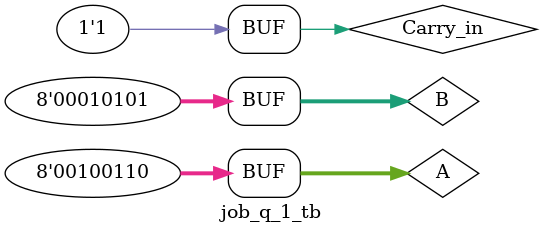
<source format=sv>
module job_q_1_tb;
    reg [7:0] A, B;   
    reg Carry_in;     
    wire [7:0] Sum;    
    wire Carry_out;    

    job_q_1 dut (
        A, 
        B, 
        Carry_in, 
        Sum,
        Carry_out
    );
    initial begin
        A = 8'b00000010; B = 8'b00000011; Carry_in = 0; #10;
        A = 8'b00001001; B = 8'b00000010; Carry_in = 0; #10;
        A = 8'b01011000; B = 8'b01001001; Carry_in = 0; #10;
        A = 8'b00000101; B = 8'b00000101; Carry_in = 1; #10;
        A = 8'b10011001; B = 8'b10011001; Carry_in = 0; #10;
        A = 8'b00000000; B = 8'b00000000; Carry_in = 0; #10;
        A = 8'b00100110; B = 8'b00010101; Carry_in = 1; #10;
    end
endmodule

</source>
